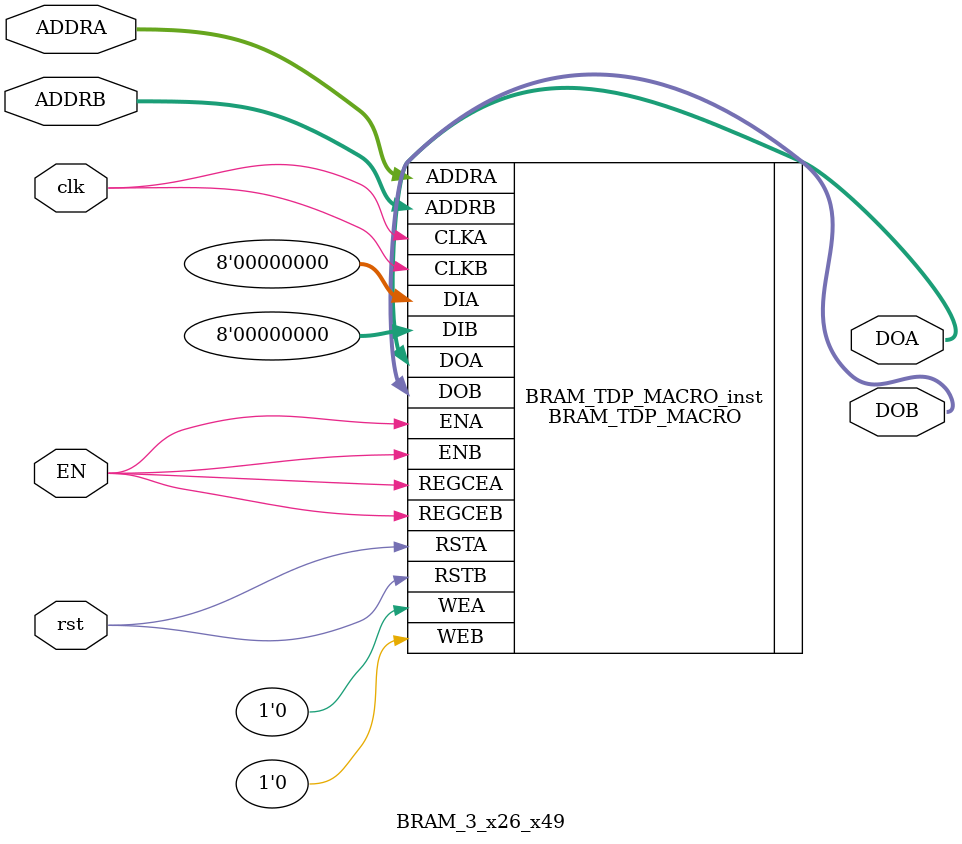
<source format=v>

module BRAM_3_x26_x49(
    input [9:0] ADDRA,
    input [9:0] ADDRB,
    input clk,
    input rst, input EN,
    output [7:0] DOA,
    output [7:0] DOB
    );



// Spartan-6
// Xilinx HDL Libraries Guide, version 14.7
//////////////////////////////////////////////////////////////////////////
// DATA_WIDTH_A/B | BRAM_SIZE | RAM Depth | ADDRA/B Width | WEA/B Width //
// ===============|===========|===========|===============|=============//
// 19-36 | "18Kb" | 512 | 9-bit | 4-bit //
// 10-18 | "18Kb" | 1024 | 10-bit | 2-bit //
// 10-18 | "9Kb" | 512 | 9-bit | 2-bit //
// 5-9 | "18Kb" | 2048 | 11-bit | 1-bit //
// 5-9 | "9Kb" | 1024 | 10-bit | 1-bit //
// 3-4 | "18Kb" | 4096 | 12-bit | 1-bit //
// 3-4 | "9Kb" | 2048 | 11-bit | 1-bit //
// 2 | "18Kb" | 8192 | 13-bit | 1-bit //
// 2 | "9Kb" | 4096 | 12-bit | 1-bit //
// 1 | "18Kb" | 16384 | 14-bit | 1-bit //
// 1 | "9Kb" | 8192 | 12-bit | 1-bit //
//////////////////////////////////////////////////////////////////////////
BRAM_TDP_MACRO #(
	.BRAM_SIZE("9Kb"), // Target BRAM: "9Kb" or "18Kb"
	.DEVICE("SPARTAN6"), // Target device: "VIRTEX5", "VIRTEX6", "SPARTAN6"
	.DOA_REG(1), // Optional port A output register (0 or 1)
	.DOB_REG(1), // Optional port B output register (0 or 1)
	.INIT_A(36'h0123), // Initial values on port A output port
	.INIT_B(36'h3210), // Initial values on port B output port
	.INIT_FILE ("NONE"),
		.READ_WIDTH_A (8), // Valid values are 1-36
	.READ_WIDTH_B (8), // Valid values are 1-36
	.SIM_COLLISION_CHECK ("NONE"), // Collision check enable "ALL", "WARNING_ONLY",
	// "GENERATE_X_ONLY" or "NONE"
	.SRVAL_A(36'h00000000), // Set/Reset value for port A output
	.SRVAL_B(36'h00000000), // Set/Reset value for port B output
	.WRITE_MODE_A("WRITE_FIRST"), // "WRITE_FIRST", "READ_FIRST", or "NO_CHANGE"
	.WRITE_MODE_B("WRITE_FIRST"), // "WRITE_FIRST", "READ_FIRST", or "NO_CHANGE"
	.WRITE_WIDTH_A(8), // Valid values are 1-36
	.WRITE_WIDTH_B(8), // Valid values are 1-36
	
.INIT_00(256'hD21EAD61ECC596BF000000000000000001E404E1000000000000000000000000),
.INIT_01(256'h4E368AF2532ADCA528617F366DC074D92BD78C70D82534C99470DA3E00000000),
.INIT_02(256'h28DA21D392F73A5F19276F51C28E105C940335A200000000CAB86E1C00000000),
.INIT_03(256'hE0405DFD2BF879AA9100BF2E5D5A999E94FC98F0A0BB435880F065158C6A8365),
.INIT_04(256'hB389E0DADBCE273276421A2E44BA827C6B868469EF2DAF6DE12B4B8100000000),
.INIT_05(256'hC14F29A76B2E6227730E4835E5B63A6963972EDAF4CB586794BA705E00000000),
.INIT_06(256'h5D41170BF0B1B1F0495B3C2EE14B9A3053D477F003D92CF6B414D575DEC6B1A9),
.INIT_07(256'h6F2191DF52A5E91EF845D568A647CB2A651DEC9474B5B8790BA92B8946B826D8),
.INIT_08(256'h25E95A961B326148F7F7F7F7F7F7F7F7F613F316F7F7F7F7F7F7F7F7F7F7F7F7),
.INIT_09(256'hB9C17D05A4DD2B52DF9688C19A37832EDC207B872FD2C33E63872DC9F7F7F7F7),
.INIT_0A(256'hDF2DD6246500CDA8EED098A63579E7AB63F4C255F7F7F7F73D4F99EBF7F7F7F7),
.INIT_0B(256'h17B7AA0ADC0F8E5D66F748D9AAAD6E69630B6F07574CB4AF770792E27B9D7492),
.INIT_0C(256'h447E172D2C39D0C581B5EDD9B34D758B9C71739E18DA589A16DCBC76F7F7F7F7),
.INIT_0D(256'h36B8DE509CD995D084F9BFC21241CD9E9460D92D033CAF90634D87A9F7F7F7F7),
.INIT_0E(256'hAAB6E0FC07464607BEACCBD916BC6DC7A4238007F42EDB0143E322822931465E),
.INIT_0F(256'h98D66628A5521EE90FB2229F51B03CDD92EA1B6383424F8EFC5EDC7EB14FD12F),
.INIT_10(256'hF4CA330D444CC9C100000000000000002214685E000000000000000000000000),
.INIT_11(256'h19EBAE5CD81E13D503E4AC4B5ABFC326041BA7B8341FEBC03A380C0E00000000),
.INIT_12(256'h405F9F807FEA6EFBFEDFE6C7FC6160FDC14B0F85000000006ED2EA5600000000),
.INIT_13(256'h6841E8C116B76ECFB68A2E12DD5FF775055C0D54E63716C7387CA5E15CA67389),
.INIT_14(256'h431C792613F4D83FF12EEE31306194C5B0B6A3A504BAE658B7390C8200000000),
.INIT_15(256'hF86BB221654CE8C1BF870F379B2FA612311ECBE42BBE168331BDBC3000000000),
.INIT_16(256'h07AA9B3613BAFA53A5881C31ADB22B349BF2B2DB076A5B364BAACA2B598AE734),
.INIT_17(256'h2BB0E873C25F42DFF2C2CBFB2F2F1F1FAA1045FFA81404B8F3EA6B72577EC6EF),
.INIT_18(256'h033DC4FAB3BB3E36F7F7F7F7F7F7F7F7D5E39FA9F7F7F7F7F7F7F7F7F7F7F7F7),
.INIT_19(256'hEE1C59AB2FE9E422F4135BBCAD4834D1F3EC504FC3E81C37CDCFFBF9F7F7F7F7),
.INIT_1A(256'hB7A86877881D990C092811300B96970A36BCF872F7F7F7F799251DA1F7F7F7F7),
.INIT_1B(256'h9FB61F36E1409938417DD9E52AA80082F2ABFAA311C0E130CF8B5216AB51847E),
.INIT_1C(256'hB4EB8ED1E4032FC806D919C6C796633247415452F34D11AF40CEFB75F7F7F7F7),
.INIT_1D(256'h0F9C45D692BB1F364870F8C06CD851E5C6E93C13DC49E174C64A4BC7F7F7F7F7),
.INIT_1E(256'hF05D6CC1E44D0DA4527FEBC65A45DCC36C05452CF09DACC1BC5D3DDCAE7D10C3),
.INIT_1F(256'hDC471F8435A8B52805353C0CD8D8E8E85DE7B2085FE3F34F041D9C85A0893118),



	
	//===============================================================================
	
	.INIT_20(256'h0000000000000000000000000000000000000000000000000000000000000000),
	.INIT_21(256'h0000000000000000000000000000000000000000000000000000000000000000),
	.INIT_22(256'h0000000000000000000000000000000000000000000000000000000000000000),
	.INIT_23(256'h0000000000000000000000000000000000000000000000000000000000000000),
	.INIT_24(256'h0000000000000000000000000000000000000000000000000000000000000000),
	.INIT_25(256'h0000000000000000000000000000000000000000000000000000000000000000),
	.INIT_26(256'h0000000000000000000000000000000000000000000000000000000000000000),
	.INIT_27(256'h0000000000000000000000000000000000000000000000000000000000000000),
	.INIT_28(256'h0000000000000000000000000000000000000000000000000000000000000000),
	.INIT_29(256'h0000000000000000000000000000000000000000000000000000000000000000),
	.INIT_2A(256'h0000000000000000000000000000000000000000000000000000000000000000),
	.INIT_2B(256'h0000000000000000000000000000000000000000000000000000000000000000),
	.INIT_2C(256'h0000000000000000000000000000000000000000000000000000000000000000),
	.INIT_2D(256'h0000000000000000000000000000000000000000000000000000000000000000),
	.INIT_2E(256'h0000000000000000000000000000000000000000000000000000000000000000),
	.INIT_2F(256'h0000000000000000000000000000000000000000000000000000000000000000),
	.INIT_30(256'h0000000000000000000000000000000000000000000000000000000000000000),
	.INIT_31(256'h0000000000000000000000000000000000000000000000000000000000000000),
	.INIT_32(256'h0000000000000000000000000000000000000000000000000000000000000000),
	.INIT_33(256'h0000000000000000000000000000000000000000000000000000000000000000),
	.INIT_34(256'h0000000000000000000000000000000000000000000000000000000000000000),
	.INIT_35(256'h0000000000000000000000000000000000000000000000000000000000000000),
	.INIT_36(256'h0000000000000000000000000000000000000000000000000000000000000000),
	.INIT_37(256'h0000000000000000000000000000000000000000000000000000000000000000),
	.INIT_38(256'h0000000000000000000000000000000000000000000000000000000000000000),
	.INIT_39(256'h0000000000000000000000000000000000000000000000000000000000000000),
	.INIT_3A(256'h0000000000000000000000000000000000000000000000000000000000000000),
	.INIT_3B(256'h0000000000000000000000000000000000000000000000000000000000000000),
	.INIT_3C(256'h0000000000000000000000000000000000000000000000000000000000000000),
	.INIT_3D(256'h0000000000000000000000000000000000000000000000000000000000000000),
	.INIT_3E(256'h0000000000000000000000000000000000000000000000000000000000000000),
	.INIT_3F(256'h0000000000000000000000000000000000000000000000000000000000000000),


	// The next set of INITP_xx are for the parity bits
	.INITP_00(256'h0000000000000000000000000000000000000000000000000000000000000000),
	.INITP_01(256'h0000000000000000000000000000000000000000000000000000000000000000),
	.INITP_02(256'h0000000000000000000000000000000000000000000000000000000000000000),
	.INITP_03(256'h0000000000000000000000000000000000000000000000000000000000000000),
	// The next set of INITP_xx are for "18Kb" configuration only
	.INITP_04(256'h0000000000000000000000000000000000000000000000000000000000000000),
	.INITP_05(256'h0000000000000000000000000000000000000000000000000000000000000000),
	.INITP_06(256'h0000000000000000000000000000000000000000000000000000000000000000),
	.INITP_07(256'h0000000000000000000000000000000000000000000000000000000000000000)
) BRAM_TDP_MACRO_inst (
	.DOA(DOA), // Output port-A data, width defined by READ_WIDTH_A parameter
	.DOB(DOB), // Output port-B data, width defined by READ_WIDTH_B parameter
	.ADDRA(ADDRA), // Input port-A address, width defined by Port A depth
	.ADDRB(ADDRB), // Input port-B address, width defined by Port B depth
	.CLKA(clk), // 1-bit input port-A clock
	.CLKB(clk), // 1-bit input port-B clock
		.DIA(8'h0), // Input port-A data, width defined by WRITE_WIDTH_A parameter
	.DIB(8'h0), // Input port-B data, width defined by WRITE_WIDTH_B parameter
	.ENA(EN), // 1-bit input port-A enable
	.ENB(EN), // 1-bit input port-B enable
	.REGCEA(EN), // 1-bit input port-A output register enable
	.REGCEB(EN), // 1-bit input port-B output register enable
	.RSTA(rst), // 1-bit input port-A reset
	.RSTB(rst), // 1-bit input port-B reset
	.WEA(1'b0), // Input port-A write enable, width defined by Port A depth
	.WEB(1'b0) // Input port-B write enable, width defined by Port B depth
);
// End of BRAM_TDP_MACRO_inst instantiation
endmodule

</source>
